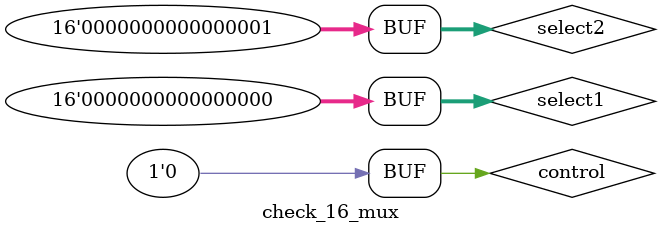
<source format=v>
`timescale 1ns / 1ps


module check_16_mux;

	// Inputs
	reg [15:0] select1;
	reg [15:0] select2;
	reg control;

	// Outputs
	wire [15:0] result;

	// Instantiate the Unit Under Test (UUT)
	MUX_two_16bit uut (
		.select1(select1), 
		.select2(select2), 
		.control(control), 
		.result(result)
	);

	initial begin
		// Initialize Inputs
		select1 = 16'h0;
		select2 = 16'h1;
		control = 0;

		// Wait 100 ns for global reset to finish
		#100;
        
		// Add stimulus here

	end
      
endmodule


</source>
